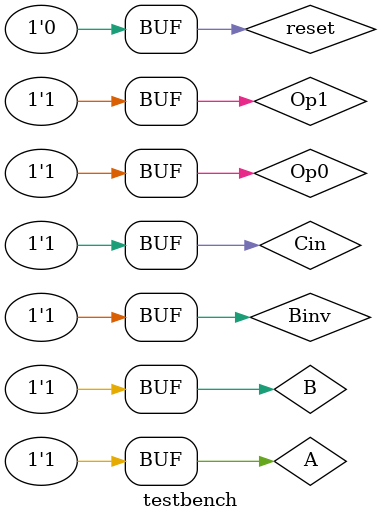
<source format=sv>
module testbench();
	// Place inputs here
	reg clk, reset, Op1, Op0, A, B, Binv, Cin;

	// Outputs
	wire Y1, Y0, Zero, Error;

	// A oneBitAdderALU instance
	project4 theALU(clk, reset, Op1, Op0, A, B, Binv, Cin, Y1, Y0, Zero, Error);

	// Test all combinations
	initial begin
	reset = 1; #100
	reset = 0;
	Op1 = 0;  Op0 = 0;  A = 0;  B = 0;  Binv = 0;  Cin = 0; #400;
	reset = 1; #100
	reset = 0;
	Op1 = 0;  Op0 = 0;  A = 0;  B = 0;  Binv = 0;  Cin = 1; #400;
	reset = 1; #100
	reset = 0;
	Op1 = 0;  Op0 = 0;  A = 0;  B = 0;  Binv = 1;  Cin = 0; #400;
	reset = 1; #100
	reset = 0;
	Op1 = 0;  Op0 = 0;  A = 0;  B = 0;  Binv = 1;  Cin = 1; #400;
	reset = 1; #100
	reset = 0;
	Op1 = 0;  Op0 = 0;  A = 0;  B = 1;  Binv = 0;  Cin = 0; #400;
	reset = 1; #100
	reset = 0;
	Op1 = 0;  Op0 = 0;  A = 0;  B = 1;  Binv = 0;  Cin = 1; #400;
	reset = 1; #100
	reset = 0;
	Op1 = 0;  Op0 = 0;  A = 0;  B = 1;  Binv = 1;  Cin = 0; #400;
	reset = 1; #100
	reset = 0;
	Op1 = 0;  Op0 = 0;  A = 0;  B = 1;  Binv = 1;  Cin = 1; #400;
	reset = 1; #100
	reset = 0;
	Op1 = 0;  Op0 = 0;  A = 1;  B = 0;  Binv = 0;  Cin = 0; #600;
	reset = 1; #100
	reset = 0;
	Op1 = 0;  Op0 = 0;  A = 1;  B = 0;  Binv = 0;  Cin = 1; #600;
	reset = 1; #100
	reset = 0;
	Op1 = 0;  Op0 = 0;  A = 1;  B = 0;  Binv = 1;  Cin = 0; #600;
	reset = 1; #100
	reset = 0;
	Op1 = 0;  Op0 = 0;  A = 1;  B = 0;  Binv = 1;  Cin = 1; #600;
	reset = 1; #100
	reset = 0;
	Op1 = 0;  Op0 = 0;  A = 1;  B = 1;  Binv = 0;  Cin = 0; #600;
	reset = 1; #100
	reset = 0;
	Op1 = 0;  Op0 = 0;  A = 1;  B = 1;  Binv = 0;  Cin = 1; #600;
	reset = 1; #100
	reset = 0;
	Op1 = 0;  Op0 = 0;  A = 1;  B = 1;  Binv = 1;  Cin = 0; #600;
	reset = 1; #100
	reset = 0;
	Op1 = 0;  Op0 = 0;  A = 1;  B = 1;  Binv = 1;  Cin = 1; #600;
	reset = 1; #100
	reset = 0;
	Op1 = 0;  Op0 = 1;  A = 0;  B = 0;  Binv = 0;  Cin = 0; #600;
	reset = 1; #100
	reset = 0;
	Op1 = 0;  Op0 = 1;  A = 0;  B = 0;  Binv = 0;  Cin = 1; #600;
	reset = 1; #100
	reset = 0;
	Op1 = 0;  Op0 = 1;  A = 0;  B = 0;  Binv = 1;  Cin = 0; #600;
	reset = 1; #100
	reset = 0;
	Op1 = 0;  Op0 = 1;  A = 0;  B = 0;  Binv = 1;  Cin = 1; #600;
	reset = 1; #100
	reset = 0;
	Op1 = 0;  Op0 = 1;  A = 0;  B = 1;  Binv = 0;  Cin = 0; #600;
	reset = 1; #100
	reset = 0;
	Op1 = 0;  Op0 = 1;  A = 0;  B = 1;  Binv = 0;  Cin = 1; #600;
	reset = 1; #100
	reset = 0;
	Op1 = 0;  Op0 = 1;  A = 0;  B = 1;  Binv = 1;  Cin = 0; #600;
	reset = 1; #100
	reset = 0;
	Op1 = 0;  Op0 = 1;  A = 0;  B = 1;  Binv = 1;  Cin = 1; #600;
	reset = 1; #100
	reset = 0;
	Op1 = 0;  Op0 = 1;  A = 1;  B = 0;  Binv = 0;  Cin = 0; #400;
	reset = 1; #100
	reset = 0;
	Op1 = 0;  Op0 = 1;  A = 1;  B = 0;  Binv = 0;  Cin = 1; #400;
	reset = 1; #100
	reset = 0;
	Op1 = 0;  Op0 = 1;  A = 1;  B = 0;  Binv = 1;  Cin = 0; #400;
	reset = 1; #100
	reset = 0;
	Op1 = 0;  Op0 = 1;  A = 1;  B = 0;  Binv = 1;  Cin = 1; #400;
	reset = 1; #100
	reset = 0;
	Op1 = 0;  Op0 = 1;  A = 1;  B = 1;  Binv = 0;  Cin = 0; #400;
	reset = 1; #100
	reset = 0;
	Op1 = 0;  Op0 = 1;  A = 1;  B = 1;  Binv = 0;  Cin = 1; #400;
	reset = 1; #100
	reset = 0;
	Op1 = 0;  Op0 = 1;  A = 1;  B = 1;  Binv = 1;  Cin = 0; #400;
	reset = 1; #100
	reset = 0;
	Op1 = 0;  Op0 = 1;  A = 1;  B = 1;  Binv = 1;  Cin = 1; #400;
	reset = 1; #100
	reset = 0;
	Op1 = 1;  Op0 = 0;  A = 0;  B = 0;  Binv = 0;  Cin = 0; #600;
	reset = 1; #100
	reset = 0;
	Op1 = 1;  Op0 = 0;  A = 0;  B = 0;  Binv = 0;  Cin = 1; #600;
	reset = 1; #100
	reset = 0;
	Op1 = 1;  Op0 = 0;  A = 0;  B = 0;  Binv = 1;  Cin = 0; #600;
	reset = 1; #100
	reset = 0;
	Op1 = 1;  Op0 = 0;  A = 0;  B = 0;  Binv = 1;  Cin = 1; #600;
	reset = 1; #100
	reset = 0;
	Op1 = 1;  Op0 = 0;  A = 0;  B = 1;  Binv = 0;  Cin = 0; #600;
	reset = 1; #100
	reset = 0;
	Op1 = 1;  Op0 = 0;  A = 0;  B = 1;  Binv = 0;  Cin = 1; #600;
	reset = 1; #100
	reset = 0;
	Op1 = 1;  Op0 = 0;  A = 0;  B = 1;  Binv = 1;  Cin = 0; #600;
	reset = 1; #100
	reset = 0;
	Op1 = 1;  Op0 = 0;  A = 0;  B = 1;  Binv = 1;  Cin = 1; #600;
	reset = 1; #100
	reset = 0;
	Op1 = 1;  Op0 = 0;  A = 1;  B = 0;  Binv = 0;  Cin = 0; #600;
	reset = 1; #100
	reset = 0;
	Op1 = 1;  Op0 = 0;  A = 1;  B = 0;  Binv = 0;  Cin = 1; #600;
	reset = 1; #100
	reset = 0;
	Op1 = 1;  Op0 = 0;  A = 1;  B = 0;  Binv = 1;  Cin = 0; #600;
	reset = 1; #100
	reset = 0;
	Op1 = 1;  Op0 = 0;  A = 1;  B = 0;  Binv = 1;  Cin = 1; #600;
	reset = 1; #100
	reset = 0;
	Op1 = 1;  Op0 = 0;  A = 1;  B = 1;  Binv = 0;  Cin = 0; #600;
	reset = 1; #100
	reset = 0;
	Op1 = 1;  Op0 = 0;  A = 1;  B = 1;  Binv = 0;  Cin = 1; #600;
	reset = 1; #100
	reset = 0;
	Op1 = 1;  Op0 = 0;  A = 1;  B = 1;  Binv = 1;  Cin = 0; #600;
	reset = 1; #100
	reset = 0;
	Op1 = 1;  Op0 = 0;  A = 1;  B = 1;  Binv = 1;  Cin = 1; #600;
	reset = 1; #100
	reset = 0;
	Op1 = 1;  Op0 = 1;  A = 0;  B = 0;  Binv = 0;  Cin = 0; #200;
	reset = 1; #100
	reset = 0;
	Op1 = 1;  Op0 = 1;  A = 0;  B = 0;  Binv = 0;  Cin = 1; #200;
	reset = 1; #100
	reset = 0;
	Op1 = 1;  Op0 = 1;  A = 0;  B = 0;  Binv = 1;  Cin = 0; #200;
	reset = 1; #100
	reset = 0;
	Op1 = 1;  Op0 = 1;  A = 0;  B = 0;  Binv = 1;  Cin = 1; #200;
	reset = 1; #100
	reset = 0;
	Op1 = 1;  Op0 = 1;  A = 0;  B = 1;  Binv = 0;  Cin = 0; #200;
	reset = 1; #100
	reset = 0;
	Op1 = 1;  Op0 = 1;  A = 0;  B = 1;  Binv = 0;  Cin = 1; #200;
	reset = 1; #100
	reset = 0;
	Op1 = 1;  Op0 = 1;  A = 0;  B = 1;  Binv = 1;  Cin = 0; #200;
	reset = 1; #100
	reset = 0;
	Op1 = 1;  Op0 = 1;  A = 0;  B = 1;  Binv = 1;  Cin = 1; #200;
	reset = 1; #100
	reset = 0;
	Op1 = 1;  Op0 = 1;  A = 1;  B = 0;  Binv = 0;  Cin = 0; #200;
	reset = 1; #100
	reset = 0;
	Op1 = 1;  Op0 = 1;  A = 1;  B = 0;  Binv = 0;  Cin = 1; #200;
	reset = 1; #100
	reset = 0;
	Op1 = 1;  Op0 = 1;  A = 1;  B = 0;  Binv = 1;  Cin = 0; #200;
	reset = 1; #100
	reset = 0;
	Op1 = 1;  Op0 = 1;  A = 1;  B = 0;  Binv = 1;  Cin = 1; #200;
	reset = 1; #100
	reset = 0;
	Op1 = 1;  Op0 = 1;  A = 1;  B = 1;  Binv = 0;  Cin = 0; #200;
	reset = 1; #100
	reset = 0;
	Op1 = 1;  Op0 = 1;  A = 1;  B = 1;  Binv = 0;  Cin = 1; #200;
	reset = 1; #100
	reset = 0;
	Op1 = 1;  Op0 = 1;  A = 1;  B = 1;  Binv = 1;  Cin = 0; #200;
	reset = 1; #100
	reset = 0;
	Op1 = 1;  Op0 = 1;  A = 1;  B = 1;  Binv = 1;  Cin = 1; #200;
	reset = 1; #100
	reset = 0;

	end

endmodule
				
				
</source>
